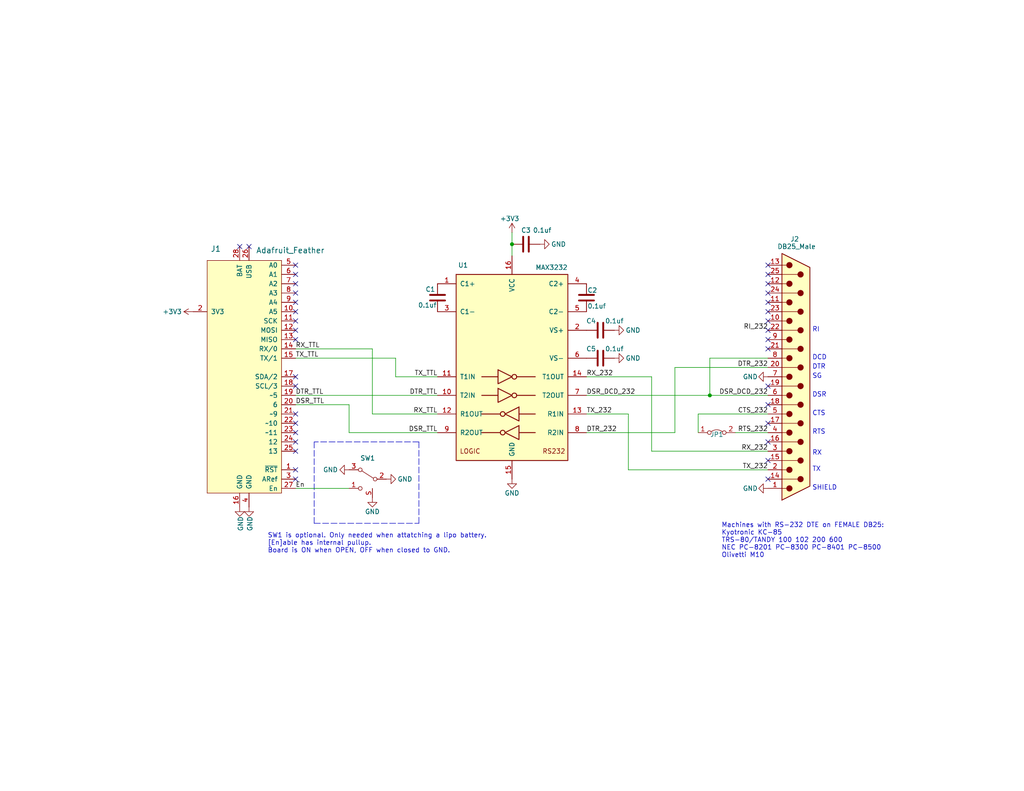
<source format=kicad_sch>
(kicad_sch (version 20211123) (generator eeschema)
  (paper "USLetter")
  (title_block (title "MounT_K85_Feather") (date "2022-10-22") (rev "004") (company "Brian K. White - b.kenyon.w@gmail.com"))
  (lib_symbols
    (symbol "0_LOCAL:+3V3" (power) (pin_names (offset 0))
      (property "Value" "+3V3" (at 0 3.556 0))
      (symbol "+3V3_0_1"
        (polyline (pts (xy -0.762 1.27) (xy 0 2.54)))
        (polyline (pts (xy 0 0) (xy 0 2.54)))
        (polyline (pts (xy 0 2.54) (xy 0.762 1.27)))
      )
      (symbol "+3V3_1_1"
        (pin power_in line (at 0 0 90) (length 0) hide (name "+3V3") (number "1"))
      )
    )
    (symbol "0_LOCAL:Adafruit_Feather" (pin_names (offset 1.016))
      (property "Reference" "J" (at -10.16 35.56 0))
      (property "Value" "Adafruit_Feather" (at 6.35 -3.81 90))
      (symbol "Adafruit_Feather_0_1"
        (rectangle (start -11.43 34.29) (end 8.89 -29.21) (fill (type background)))
      )
      (symbol "Adafruit_Feather_1_1"
        (pin input line (at -15.24 -22.86 0) (length 3.81) (name "~{RST}") (number "1"))
        (pin bidirectional line (at -15.24 20.32 0) (length 3.81) (name "A5") (number "10"))
        (pin bidirectional line (at -15.24 17.78 0) (length 3.81) (name "SCK") (number "11"))
        (pin bidirectional line (at -15.24 15.24 0) (length 3.81) (name "MOSI") (number "12"))
        (pin bidirectional line (at -15.24 12.7 0) (length 3.81) (name "MISO") (number "13"))
        (pin bidirectional line (at -15.24 10.16 0) (length 3.81) (name "RX/0") (number "14"))
        (pin bidirectional line (at -15.24 7.62 0) (length 3.81) (name "TX/1") (number "15"))
        (pin power_in line (at 0 -33.02 90) (length 3.81) (name "GND") (number "16"))
        (pin bidirectional line (at -15.24 2.54 0) (length 3.81) (name "SDA/2") (number "17"))
        (pin bidirectional line (at -15.24 0 0) (length 3.81) (name "SCL/3") (number "18"))
        (pin bidirectional line (at -15.24 -2.54 0) (length 3.81) (name "~5") (number "19"))
        (pin power_out line (at 12.7 20.32 180) (length 3.81) (name "3V3") (number "2"))
        (pin bidirectional line (at -15.24 -5.08 0) (length 3.81) (name "6") (number "20"))
        (pin bidirectional line (at -15.24 -7.62 0) (length 3.81) (name "~9") (number "21"))
        (pin bidirectional line (at -15.24 -10.16 0) (length 3.81) (name "~10") (number "22"))
        (pin bidirectional line (at -15.24 -12.7 0) (length 3.81) (name "~11") (number "23"))
        (pin bidirectional line (at -15.24 -15.24 0) (length 3.81) (name "12") (number "24"))
        (pin bidirectional line (at -15.24 -17.78 0) (length 3.81) (name "13") (number "25"))
        (pin power_in line (at -2.54 38.1 270) (length 3.81) (name "USB") (number "26"))
        (pin input line (at -15.24 -27.94 0) (length 3.81) (name "En") (number "27"))
        (pin power_in line (at 0 38.1 270) (length 3.81) (name "BAT") (number "28"))
        (pin input line (at -15.24 -25.4 0) (length 3.81) (name "ARef") (number "3"))
        (pin power_in line (at -2.54 -33.02 90) (length 3.81) (name "GND") (number "4"))
        (pin bidirectional line (at -15.24 33.02 0) (length 3.81) (name "A0") (number "5"))
        (pin bidirectional line (at -15.24 30.48 0) (length 3.81) (name "A1") (number "6"))
        (pin bidirectional line (at -15.24 27.94 0) (length 3.81) (name "A2") (number "7"))
        (pin bidirectional line (at -15.24 25.4 0) (length 3.81) (name "A3") (number "8"))
        (pin bidirectional line (at -15.24 22.86 0) (length 3.81) (name "A4") (number "9"))
      )
    )
    (symbol "0_LOCAL:C" (pin_numbers hide) (pin_names (offset 0.254))
      (property "Reference" "C" (at 0.635 2.54 0))
      (property "Value" "C" (at 0.635 -2.54 0))
      (symbol "C_0_1"
        (polyline (pts (xy -2.032 -0.762) (xy 2.032 -0.762)) (stroke (width 0.508)))
        (polyline (pts (xy -2.032 0.762) (xy 2.032 0.762)) (stroke (width 0.508)))
      )
      (symbol "C_1_1"
        (pin passive line (at 0 3.81 270) (length 2.794) (name "~") (number "1"))
        (pin passive line (at 0 -3.81 90) (length 2.794) (name "~") (number "2"))
      )
    )
    (symbol "0_LOCAL:DB25_Male" (pin_names (offset 1.016) hide)
      (property "Reference" "J" (at 0 34.29 0))
      (property "Value" "DB25_Male" (at 0 -34.925 0))
      (symbol "DB25_Male_0_1"
        (circle (center -1.778 -30.48) (radius 0.762) (fill (type outline)))
        (circle (center -1.778 -25.4) (radius 0.762) (fill (type outline)))
        (circle (center -1.778 -20.32) (radius 0.762) (fill (type outline)))
        (circle (center -1.778 -15.24) (radius 0.762) (fill (type outline)))
        (circle (center -1.778 -10.16) (radius 0.762) (fill (type outline)))
        (circle (center -1.778 -5.08) (radius 0.762) (fill (type outline)))
        (circle (center -1.778 0) (radius 0.762) (fill (type outline)))
        (circle (center -1.778 5.08) (radius 0.762) (fill (type outline)))
        (circle (center -1.778 10.16) (radius 0.762) (fill (type outline)))
        (circle (center -1.778 15.24) (radius 0.762) (fill (type outline)))
        (circle (center -1.778 20.32) (radius 0.762) (fill (type outline)))
        (circle (center -1.778 25.4) (radius 0.762) (fill (type outline)))
        (circle (center -1.778 30.48) (radius 0.762) (fill (type outline)))
        (polyline (pts (xy -3.81 -30.48) (xy -2.54 -30.48)))
        (polyline (pts (xy -3.81 -27.94) (xy 0.508 -27.94)))
        (polyline (pts (xy -3.81 -25.4) (xy -2.54 -25.4)))
        (polyline (pts (xy -3.81 -22.86) (xy 0.508 -22.86)))
        (polyline (pts (xy -3.81 -20.32) (xy -2.54 -20.32)))
        (polyline (pts (xy -3.81 -17.78) (xy 0.508 -17.78)))
        (polyline (pts (xy -3.81 -15.24) (xy -2.54 -15.24)))
        (polyline (pts (xy -3.81 -12.7) (xy 0.508 -12.7)))
        (polyline (pts (xy -3.81 -10.16) (xy -2.54 -10.16)))
        (polyline (pts (xy -3.81 -7.62) (xy 0.508 -7.62)))
        (polyline (pts (xy -3.81 -5.08) (xy -2.54 -5.08)))
        (polyline (pts (xy -3.81 -2.54) (xy 0.508 -2.54)))
        (polyline (pts (xy -3.81 0) (xy -2.54 0)))
        (polyline (pts (xy -3.81 2.54) (xy 0.508 2.54)))
        (polyline (pts (xy -3.81 5.08) (xy -2.54 5.08)))
        (polyline (pts (xy -3.81 7.62) (xy 0.508 7.62)))
        (polyline (pts (xy -3.81 10.16) (xy -2.54 10.16)))
        (polyline (pts (xy -3.81 12.7) (xy 0.508 12.7)))
        (polyline (pts (xy -3.81 15.24) (xy -2.54 15.24)))
        (polyline (pts (xy -3.81 17.78) (xy 0.508 17.78)))
        (polyline (pts (xy -3.81 20.32) (xy -2.54 20.32)))
        (polyline (pts (xy -3.81 22.86) (xy 0.508 22.86)))
        (polyline (pts (xy -3.81 25.4) (xy -2.54 25.4)))
        (polyline (pts (xy -3.81 27.94) (xy 0.508 27.94)))
        (polyline (pts (xy -3.81 30.48) (xy -2.54 30.48)))
        (polyline (pts (xy -3.81 -33.655) (xy 3.81 -29.845) (xy 3.81 29.845) (xy -3.81 33.655) (xy -3.81 -33.655)) (stroke (width 0.254)) (fill (type background)))
        (circle (center 1.27 -27.94) (radius 0.762) (fill (type outline)))
        (circle (center 1.27 -22.86) (radius 0.762) (fill (type outline)))
        (circle (center 1.27 -17.78) (radius 0.762) (fill (type outline)))
        (circle (center 1.27 -12.7) (radius 0.762) (fill (type outline)))
        (circle (center 1.27 -7.62) (radius 0.762) (fill (type outline)))
        (circle (center 1.27 -2.54) (radius 0.762) (fill (type outline)))
        (circle (center 1.27 2.54) (radius 0.762) (fill (type outline)))
        (circle (center 1.27 7.62) (radius 0.762) (fill (type outline)))
        (circle (center 1.27 12.7) (radius 0.762) (fill (type outline)))
        (circle (center 1.27 17.78) (radius 0.762) (fill (type outline)))
        (circle (center 1.27 22.86) (radius 0.762) (fill (type outline)))
        (circle (center 1.27 27.94) (radius 0.762) (fill (type outline)))
      )
      (symbol "DB25_Male_1_1"
        (pin passive line (at -7.62 -30.48 0) (length 3.81) (name "1") (number "1"))
        (pin passive line (at -7.62 15.24 0) (length 3.81) (name "10") (number "10"))
        (pin passive line (at -7.62 20.32 0) (length 3.81) (name "11") (number "11"))
        (pin passive line (at -7.62 25.4 0) (length 3.81) (name "12") (number "12"))
        (pin passive line (at -7.62 30.48 0) (length 3.81) (name "13") (number "13"))
        (pin passive line (at -7.62 -27.94 0) (length 3.81) (name "P14") (number "14"))
        (pin passive line (at -7.62 -22.86 0) (length 3.81) (name "P15") (number "15"))
        (pin passive line (at -7.62 -17.78 0) (length 3.81) (name "P16") (number "16"))
        (pin passive line (at -7.62 -12.7 0) (length 3.81) (name "P17") (number "17"))
        (pin passive line (at -7.62 -7.62 0) (length 3.81) (name "P18") (number "18"))
        (pin passive line (at -7.62 -2.54 0) (length 3.81) (name "P19") (number "19"))
        (pin passive line (at -7.62 -25.4 0) (length 3.81) (name "2") (number "2"))
        (pin passive line (at -7.62 2.54 0) (length 3.81) (name "P20") (number "20"))
        (pin passive line (at -7.62 7.62 0) (length 3.81) (name "P21") (number "21"))
        (pin passive line (at -7.62 12.7 0) (length 3.81) (name "P22") (number "22"))
        (pin passive line (at -7.62 17.78 0) (length 3.81) (name "P23") (number "23"))
        (pin passive line (at -7.62 22.86 0) (length 3.81) (name "P24") (number "24"))
        (pin passive line (at -7.62 27.94 0) (length 3.81) (name "P25") (number "25"))
        (pin passive line (at -7.62 -20.32 0) (length 3.81) (name "3") (number "3"))
        (pin passive line (at -7.62 -15.24 0) (length 3.81) (name "4") (number "4"))
        (pin passive line (at -7.62 -10.16 0) (length 3.81) (name "5") (number "5"))
        (pin passive line (at -7.62 -5.08 0) (length 3.81) (name "6") (number "6"))
        (pin passive line (at -7.62 0 0) (length 3.81) (name "7") (number "7"))
        (pin passive line (at -7.62 5.08 0) (length 3.81) (name "8") (number "8"))
        (pin passive line (at -7.62 10.16 0) (length 3.81) (name "9") (number "9"))
      )
    )
    (symbol "0_LOCAL:GND" (power) (pin_names (offset 0))
      (property "Value" "GND" (at 0 -3.81 0))
      (symbol "GND_0_1"
        (polyline (pts (xy 0 0) (xy 0 -1.27) (xy 1.27 -1.27) (xy 0 -2.54) (xy -1.27 -1.27) (xy 0 -1.27)))
      )
      (symbol "GND_1_1"
        (pin power_in line (at 0 0 270) (length 0) hide (name "GND") (number "1"))
      )
    )
    (symbol "0_LOCAL:Jumper_2_Bridged" (pin_names (offset 0) hide)
      (property "Reference" "JP" (at 0 1.905 0))
      (property "Value" "Jumper_2_Bridged" (at 0 -2.54 0))
      (symbol "Jumper_2_Bridged_0_0"
        (circle (center -2.032 0) (radius 0.508))
        (circle (center 2.032 0) (radius 0.508))
      )
      (symbol "Jumper_2_Bridged_0_1"
        (arc (start 1.524 0.254) (mid 0 0.762) (end -1.524 0.254))
      )
      (symbol "Jumper_2_Bridged_1_1"
        (pin passive line (at -5.08 0 0) (length 2.54) (name "A") (number "1"))
        (pin passive line (at 5.08 0 180) (length 2.54) (name "B") (number "2"))
      )
    )
    (symbol "0_LOCAL:SW_SPST_with_shell" (pin_names (offset 0) hide)
      (property "Reference" "SW" (at -1.27 3.81 0))
      (property "Value" "SW_SPST_with_shell" (at 2.54 3.81 0))
      (symbol "SW_SPST_with_shell_0_0"
        (circle (center -2.032 0) (radius 0.508))
        (circle (center 2.032 -2.54) (radius 0.508))
      )
      (symbol "SW_SPST_with_shell_0_1"
        (polyline (pts (xy -1.524 0.254) (xy 1.651 2.286)))
        (circle (center 2.032 2.54) (radius 0.508))
      )
      (symbol "SW_SPST_with_shell_1_1"
        (pin passive line (at 5.08 -2.54 180) (length 2.54) (name "~") (number "1"))
        (pin passive line (at -5.08 0 0) (length 2.54) (name "Common") (number "2"))
        (pin passive line (at 5.08 2.54 180) (length 2.54) (name "~") (number "3"))
        (pin passive line (at -1.27 -5.08 90) (length 2.54) (name "Shell") (number "S"))
      )
    )
    (symbol "Interface_UART:MAX3232" (pin_names (offset 1.016))
      (property "Reference" "U" (at -2.54 28.575 0))
      (property "Value" "MAX3232" (at -2.54 26.67 0))
      (symbol "MAX3232_0_0"
        (text "LOGIC" (at -11.43 -22.86 0) (effects (font (size 1.27 1.27))))
        (text "RS232" (at 11.43 -22.86 0) (effects (font (size 1.27 1.27))))
      )
      (symbol "MAX3232_0_1"
        (rectangle (start -15.24 -25.4) (end 15.24 25.4) (stroke (width 0.254)) (fill (type background)))
        (circle (center -2.54 -17.78) (radius 0.635) (stroke (width 0.254)))
        (circle (center -2.54 -12.7) (radius 0.635) (stroke (width 0.254)))
        (polyline (pts (xy -3.81 -7.62) (xy -8.255 -7.62)) (stroke (width 0.254)))
        (polyline (pts (xy -3.81 -2.54) (xy -8.255 -2.54)) (stroke (width 0.254)))
        (polyline (pts (xy -3.175 -17.78) (xy -8.255 -17.78)) (stroke (width 0.254)))
        (polyline (pts (xy -3.175 -12.7) (xy -8.255 -12.7)) (stroke (width 0.254)))
        (polyline (pts (xy 1.27 -7.62) (xy 6.35 -7.62)) (stroke (width 0.254)))
        (polyline (pts (xy 1.27 -2.54) (xy 6.35 -2.54)) (stroke (width 0.254)))
        (polyline (pts (xy 1.905 -17.78) (xy 6.35 -17.78)) (stroke (width 0.254)))
        (polyline (pts (xy 1.905 -12.7) (xy 6.35 -12.7)) (stroke (width 0.254)))
        (polyline (pts (xy -3.81 -5.715) (xy -3.81 -9.525) (xy 0 -7.62) (xy -3.81 -5.715)) (stroke (width 0.254)))
        (polyline (pts (xy -3.81 -0.635) (xy -3.81 -4.445) (xy 0 -2.54) (xy -3.81 -0.635)) (stroke (width 0.254)))
        (polyline (pts (xy 1.905 -15.875) (xy 1.905 -19.685) (xy -1.905 -17.78) (xy 1.905 -15.875)) (stroke (width 0.254)))
        (polyline (pts (xy 1.905 -10.795) (xy 1.905 -14.605) (xy -1.905 -12.7) (xy 1.905 -10.795)) (stroke (width 0.254)))
        (circle (center 0.635 -7.62) (radius 0.635) (stroke (width 0.254)))
        (circle (center 0.635 -2.54) (radius 0.635) (stroke (width 0.254)))
      )
      (symbol "MAX3232_1_1"
        (pin passive line (at -20.32 22.86 0) (length 5.08) (name "C1+") (number "1"))
        (pin input line (at -20.32 -7.62 0) (length 5.08) (name "T2IN") (number "10"))
        (pin input line (at -20.32 -2.54 0) (length 5.08) (name "T1IN") (number "11"))
        (pin output line (at -20.32 -12.7 0) (length 5.08) (name "R1OUT") (number "12"))
        (pin input line (at 20.32 -12.7 180) (length 5.08) (name "R1IN") (number "13"))
        (pin output line (at 20.32 -2.54 180) (length 5.08) (name "T1OUT") (number "14"))
        (pin power_in line (at 0 -30.48 90) (length 5.08) (name "GND") (number "15"))
        (pin power_in line (at 0 30.48 270) (length 5.08) (name "VCC") (number "16"))
        (pin power_out line (at 20.32 10.16 180) (length 5.08) (name "VS+") (number "2"))
        (pin passive line (at -20.32 15.24 0) (length 5.08) (name "C1-") (number "3"))
        (pin passive line (at 20.32 22.86 180) (length 5.08) (name "C2+") (number "4"))
        (pin passive line (at 20.32 15.24 180) (length 5.08) (name "C2-") (number "5"))
        (pin power_out line (at 20.32 2.54 180) (length 5.08) (name "VS-") (number "6"))
        (pin output line (at 20.32 -7.62 180) (length 5.08) (name "T2OUT") (number "7"))
        (pin input line (at 20.32 -17.78 180) (length 5.08) (name "R2IN") (number "8"))
        (pin output line (at -20.32 -17.78 0) (length 5.08) (name "R2OUT") (number "9"))
      )
    )
  )
  (junction (at 193.675 107.95))
  (junction (at 139.7 66.675))
  (no_connect (at 209.55 85.09))
  (no_connect (at 209.55 82.55))
  (no_connect (at 209.55 92.71))
  (no_connect (at 209.55 87.63))
  (no_connect (at 209.55 115.57))
  (no_connect (at 209.55 110.49))
  (no_connect (at 209.55 125.73))
  (no_connect (at 209.55 130.81))
  (no_connect (at 209.55 120.65))
  (no_connect (at 209.55 95.25))
  (no_connect (at 209.55 105.41))
  (no_connect (at 209.55 74.93))
  (no_connect (at 209.55 77.47))
  (no_connect (at 209.55 80.01))
  (no_connect (at 209.55 72.39))
  (no_connect (at 80.645 87.63))
  (no_connect (at 80.645 90.17))
  (no_connect (at 80.645 92.71))
  (no_connect (at 80.645 130.81))
  (no_connect (at 80.645 128.27))
  (no_connect (at 80.645 123.19))
  (no_connect (at 80.645 118.11))
  (no_connect (at 80.645 120.65))
  (no_connect (at 80.645 115.57))
  (no_connect (at 80.645 113.03))
  (no_connect (at 80.645 77.47))
  (no_connect (at 80.645 72.39))
  (no_connect (at 80.645 80.01))
  (no_connect (at 80.645 82.55))
  (no_connect (at 80.645 74.93))
  (no_connect (at 80.645 105.41))
  (no_connect (at 80.645 102.87))
  (no_connect (at 80.645 85.09))
  (no_connect (at 67.945 67.31))
  (no_connect (at 65.405 67.31))
  (no_connect (at 209.55 90.17))
  (polyline (pts (xy 114.3 142.875) (xy 114.3 120.65)))
  (wire (pts (xy 101.6 95.25) (xy 101.6 113.03)))
  (wire (pts (xy 190.5 113.03) (xy 209.55 113.03)))
  (polyline (pts (xy 114.3 120.65) (xy 85.725 120.65)))
  (wire (pts (xy 95.25 118.11) (xy 119.38 118.11)))
  (wire (pts (xy 200.66 118.11) (xy 209.55 118.11)))
  (wire (pts (xy 160.02 113.03) (xy 171.45 113.03)))
  (wire (pts (xy 139.7 66.675) (xy 139.7 69.85)))
  (wire (pts (xy 160.02 107.95) (xy 193.675 107.95)))
  (wire (pts (xy 193.675 107.95) (xy 209.55 107.95)))
  (wire (pts (xy 160.02 118.11) (xy 184.15 118.11)))
  (wire (pts (xy 177.8 102.87) (xy 177.8 123.19)))
  (wire (pts (xy 95.25 110.49) (xy 95.25 118.11)))
  (wire (pts (xy 80.645 107.95) (xy 119.38 107.95)))
  (wire (pts (xy 184.15 118.11) (xy 184.15 100.33)))
  (polyline (pts (xy 85.725 120.65) (xy 85.725 142.875)))
  (wire (pts (xy 193.675 97.79) (xy 209.55 97.79)))
  (wire (pts (xy 171.45 128.27) (xy 209.55 128.27)))
  (wire (pts (xy 107.95 97.79) (xy 107.95 102.87)))
  (wire (pts (xy 80.645 95.25) (xy 101.6 95.25)))
  (polyline (pts (xy 85.725 142.875) (xy 114.3 142.875)))
  (wire (pts (xy 80.645 97.79) (xy 107.95 97.79)))
  (wire (pts (xy 107.95 102.87) (xy 119.38 102.87)))
  (wire (pts (xy 171.45 113.03) (xy 171.45 128.27)))
  (wire (pts (xy 101.6 113.03) (xy 119.38 113.03)))
  (wire (pts (xy 160.02 102.87) (xy 177.8 102.87)))
  (wire (pts (xy 193.675 107.95) (xy 193.675 97.79)))
  (wire (pts (xy 190.5 118.11) (xy 190.5 113.03)))
  (wire (pts (xy 80.645 110.49) (xy 95.25 110.49)))
  (wire (pts (xy 177.8 123.19) (xy 209.55 123.19)))
  (wire (pts (xy 184.15 100.33) (xy 209.55 100.33)))
  (wire (pts (xy 80.645 133.35) (xy 95.25 133.35)))
  (wire (pts (xy 139.7 63.5) (xy 139.7 66.675)))
  (text "SW1 is optional. Only needed when attatching a lipo battery.\n[En]able has internal pullup.\nBoard is ON when OPEN, OFF when closed to GND." (at 73.025 151.13 0) (effects (font (size 1.27 1.27)) (justify left bottom)))
  (text "SG" (at 221.615 103.505 0) (effects (font (size 1.27 1.27)) (justify left bottom)))
  (text "DCD" (at 221.615 98.425 0) (effects (font (size 1.27 1.27)) (justify left bottom)))
  (text "RTS" (at 221.615 118.745 0) (effects (font (size 1.27 1.27)) (justify left bottom)))
  (text "RI" (at 221.615 90.805 0) (effects (font (size 1.27 1.27)) (justify left bottom)))
  (text "Machines with RS-232 DTE on FEMALE DB25:\nKyotronic KC-85\nTRS-80/TANDY 100 102 200 600\nNEC PC-8201 PC-8300 PC-8401 PC-8500\nOlivetti M10\n" (at 196.85 152.4 0) (effects (font (size 1.27 1.27)) (justify left bottom)))
  (text "RX" (at 221.615 124.46 0) (effects (font (size 1.27 1.27)) (justify left bottom)))
  (text "SHIELD" (at 221.615 133.985 0) (effects (font (size 1.27 1.27)) (justify left bottom)))
  (text "TX" (at 221.615 128.905 0) (effects (font (size 1.27 1.27)) (justify left bottom)))
  (text "CTS" (at 221.615 113.665 0) (effects (font (size 1.27 1.27)) (justify left bottom)))
  (text "DSR" (at 221.615 108.585 0) (effects (font (size 1.27 1.27)) (justify left bottom)))
  (text "DTR" (at 221.615 100.965 0) (effects (font (size 1.27 1.27)) (justify left bottom)))
  (label "RX_TTL" (at 80.645 95.25 0))
  (label "RTS_232" (at 209.55 118.11 180))
  (label "CTS_232" (at 209.55 113.03 180))
  (label "DTR_232" (at 209.55 100.33 180))
  (label "DTR_TTL" (at 119.38 107.95 180))
  (label "DSR_DCD_232" (at 160.02 107.95 0))
  (label "RX_TTL" (at 119.38 113.03 180))
  (label "RX_232" (at 209.55 123.19 180))
  (label "RI_232" (at 209.55 90.17 180))
  (label "DTR_232" (at 160.02 118.11 0))
  (label "DSR_DCD_232" (at 209.55 107.95 180))
  (label "DTR_TTL" (at 80.645 107.95 0))
  (label "TX_232" (at 209.55 128.27 180))
  (label "TX_232" (at 160.02 113.03 0))
  (label "TX_TTL" (at 80.645 97.79 0))
  (label "En" (at 80.645 133.35 0))
  (label "DSR_TTL" (at 80.645 110.49 0))
  (label "DSR_TTL" (at 119.38 118.11 180))
  (label "RX_232" (at 160.02 102.87 0))
  (label "TX_TTL" (at 119.38 102.87 180))
  (symbol (lib_id "0_LOCAL:DB25_Male") (at 217.17 102.87 0) (unit 1)
    (property "Reference" "J2" (at 215.646 65.278 0) (effects (justify left)))
    (property "Value" "DB25_Male" (at 212.09 67.31 0) (effects (justify left)))
    (property "Footprint" "0_LOCAL:DSUB-25_Male_Vertical_P2.77x2.84mm" (effects hide))
    (property "Datasheet" " ~" (effects hide))
  )
  (symbol (lib_id "0_LOCAL:Adafruit_Feather") (at 65.405 105.41 0) (mirror y) (unit 1)
    (property "Reference" "J1" (at 60.325 67.945 0) (effects (font (size 1.524 1.524)) (justify left)))
    (property "Value" "Adafruit_Feather" (at 69.85 69.215 0) (effects (font (size 1.524 1.524)) (justify right bottom)))
    (property "Footprint" "0_LOCAL:Adafruit_Feather_stagger_6mil" (effects hide))
    (property "Datasheet" "http://ww1.microchip.com/downloads/en/DeviceDoc/Atmel-7766-8-bit-AVR-ATmega16U4-32U4_Summary.pdf" (effects hide))
    (property "Status" "Active" (effects hide))
  )
  (symbol (lib_id "0_LOCAL:Jumper_2_Bridged") (at 195.58 118.11 0) (unit 1)
    (property "Reference" "JP1" (at 195.58 118.618 0))
    (property "Value" "Jumper_2_Bridged" (effects hide))
    (property "Footprint" "0_LOCAL:PinHeader_1x02_P2.54mm_Horizontal" (effects hide))
  )
  (symbol (lib_id "0_LOCAL:+3V3") (at 52.705 85.09 90) (unit 1)
    (property "Reference" "#PWR0106" (effects hide))
    (property "Value" "+3V3" (at 46.99 85.09 90))
  )
  (symbol (lib_id "0_LOCAL:+3V3") (at 139.7 63.5 0) (unit 1)
    (property "Reference" "#PWR0107" (effects hide))
    (property "Value" "+3V3" (at 139.065 59.69 0))
  )
  (symbol (lib_id "0_LOCAL:GND") (at 209.55 133.35 270) (unit 1)
    (property "Reference" "#PWR0102" (effects hide))
    (property "Value" "GND" (at 206.756 133.35 90) (effects (justify right)))
  )
  (symbol (lib_id "Interface_UART:MAX3232") (at 139.7 100.33 0) (unit 1)
    (property "Reference" "U1" (at 126.365 72.39 0))
    (property "Value" "MAX3232" (at 150.495 73.025 0))
    (property "Footprint" "0_LOCAL:SOIC-16_W3.90mm" (effects hide))
    (property "Datasheet" "https://datasheets.maximintegrated.com/en/ds/MAX3222-MAX3241.pdf" (effects hide))
  )
  (symbol (lib_id "0_LOCAL:SW_SPST_with_shell") (at 100.33 130.81 0) (mirror y) (unit 1)
    (property "Reference" "SW1" (at 100.33 125.095 0))
    (property "Value" "CUS-12TB" (effects hide))
    (property "Footprint" "0_LOCAL:EG1215" (effects hide))
    (property "Datasheet" "V0.0" (effects hide))
    (property "Field4" "CUI Inc." (effects hide))
    (property "Field5" "3.96 mm" (effects hide))
    (property "Field6" "Manufacturer Recommendations" (effects hide))
  )
  (symbol (lib_id "0_LOCAL:GND") (at 105.41 130.81 90) (unit 1)
    (property "Reference" "#PWR0103" (effects hide))
    (property "Value" "GND" (at 110.49 130.81 90))
  )
  (symbol (lib_id "0_LOCAL:GND") (at 209.55 102.87 270) (unit 1)
    (property "Reference" "#PWR04" (effects hide))
    (property "Value" "GND" (at 206.756 102.87 90) (effects (justify right)))
  )
  (symbol (lib_id "0_LOCAL:GND") (at 139.7 130.81 0) (unit 1)
    (property "Reference" "#PWR03" (effects hide))
    (property "Value" "GND" (at 139.7 134.62 0))
  )
  (symbol (lib_id "0_LOCAL:GND") (at 67.945 138.43 0) (unit 1)
    (property "Reference" "#PWR02" (effects hide))
    (property "Value" "GND" (at 68.199 143.002 90))
  )
  (symbol (lib_id "0_LOCAL:GND") (at 65.405 138.43 0) (unit 1)
    (property "Reference" "#PWR01" (effects hide))
    (property "Value" "GND" (at 65.659 143.002 90))
  )
  (symbol (lib_id "0_LOCAL:C") (at 160.02 81.28 0) (unit 1)
    (property "Reference" "C2" (at 160.274 79.248 0) (effects (justify left)))
    (property "Value" "0.1uf" (at 160.274 83.566 0) (effects (justify left)))
    (property "Footprint" "0_LOCAL:C_0805" (effects hide))
  )
  (symbol (lib_id "0_LOCAL:C") (at 119.38 81.28 0) (unit 1)
    (property "Reference" "C1" (at 116.078 78.994 0) (effects (justify left)))
    (property "Value" "0.1uf" (at 114.046 83.312 0) (effects (justify left)))
    (property "Footprint" "0_LOCAL:C_0805" (effects hide))
  )
  (symbol (lib_id "0_LOCAL:C") (at 163.83 90.17 90) (unit 1)
    (property "Reference" "C4" (at 161.29 87.63 90))
    (property "Value" "0.1uf" (at 167.64 87.63 90))
    (property "Footprint" "0_LOCAL:C_0805" (effects hide))
  )
  (symbol (lib_id "0_LOCAL:C") (at 163.83 97.79 90) (unit 1)
    (property "Reference" "C5" (at 161.29 95.25 90))
    (property "Value" "0.1uf" (at 167.64 95.25 90))
    (property "Footprint" "0_LOCAL:C_0805" (effects hide))
  )
  (symbol (lib_id "0_LOCAL:C") (at 143.51 66.675 90) (unit 1)
    (property "Reference" "C3" (at 143.51 62.865 90))
    (property "Value" "0.1uf" (at 147.955 62.865 90))
    (property "Footprint" "0_LOCAL:C_0805" (effects hide))
  )
  (symbol (lib_id "0_LOCAL:GND") (at 101.6 135.89 0) (unit 1)
    (property "Reference" "#PWR0108" (effects hide))
    (property "Value" "GND" (at 101.6 139.7 0))
  )
  (symbol (lib_id "0_LOCAL:GND") (at 167.64 97.79 90) (unit 1)
    (property "Reference" "#PWR0101" (effects hide))
    (property "Value" "GND" (at 172.72 97.79 90))
  )
  (symbol (lib_id "0_LOCAL:GND") (at 167.64 90.17 90) (unit 1)
    (property "Reference" "#PWR0104" (effects hide))
    (property "Value" "GND" (at 172.72 90.17 90))
  )
  (symbol (lib_id "0_LOCAL:GND") (at 147.32 66.675 90) (unit 1)
    (property "Reference" "#PWR0105" (effects hide))
    (property "Value" "GND" (at 152.4 66.675 90))
  )
  (symbol (lib_id "0_LOCAL:GND") (at 95.25 128.27 270) (mirror x) (unit 1)
    (property "Reference" "#PWR0109" (effects hide))
    (property "Value" "GND" (at 90.17 128.27 90))
  )
)
</source>
